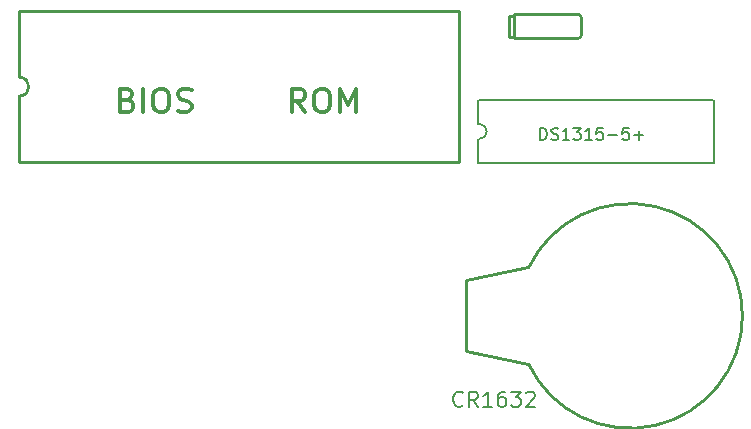
<source format=gbr>
G04 #@! TF.GenerationSoftware,KiCad,Pcbnew,(5.1.4-0-10_14)*
G04 #@! TF.CreationDate,2020-02-03T15:06:25+11:00*
G04 #@! TF.ProjectId,SmartWatch+,536d6172-7457-4617-9463-682b2e6b6963,rev?*
G04 #@! TF.SameCoordinates,Original*
G04 #@! TF.FileFunction,Legend,Top*
G04 #@! TF.FilePolarity,Positive*
%FSLAX46Y46*%
G04 Gerber Fmt 4.6, Leading zero omitted, Abs format (unit mm)*
G04 Created by KiCad (PCBNEW (5.1.4-0-10_14)) date 2020-02-03 15:06:25*
%MOMM*%
%LPD*%
G04 APERTURE LIST*
%ADD10C,0.300000*%
%ADD11C,0.250000*%
%ADD12C,0.152400*%
%ADD13C,0.150000*%
G04 APERTURE END LIST*
D10*
X33719666Y-32369142D02*
X34005380Y-32464380D01*
X34100619Y-32559619D01*
X34195857Y-32750095D01*
X34195857Y-33035809D01*
X34100619Y-33226285D01*
X34005380Y-33321523D01*
X33814904Y-33416761D01*
X33053000Y-33416761D01*
X33053000Y-31416761D01*
X33719666Y-31416761D01*
X33910142Y-31512000D01*
X34005380Y-31607238D01*
X34100619Y-31797714D01*
X34100619Y-31988190D01*
X34005380Y-32178666D01*
X33910142Y-32273904D01*
X33719666Y-32369142D01*
X33053000Y-32369142D01*
X35053000Y-33416761D02*
X35053000Y-31416761D01*
X36386333Y-31416761D02*
X36767285Y-31416761D01*
X36957761Y-31512000D01*
X37148238Y-31702476D01*
X37243476Y-32083428D01*
X37243476Y-32750095D01*
X37148238Y-33131047D01*
X36957761Y-33321523D01*
X36767285Y-33416761D01*
X36386333Y-33416761D01*
X36195857Y-33321523D01*
X36005380Y-33131047D01*
X35910142Y-32750095D01*
X35910142Y-32083428D01*
X36005380Y-31702476D01*
X36195857Y-31512000D01*
X36386333Y-31416761D01*
X38005380Y-33321523D02*
X38291095Y-33416761D01*
X38767285Y-33416761D01*
X38957761Y-33321523D01*
X39053000Y-33226285D01*
X39148238Y-33035809D01*
X39148238Y-32845333D01*
X39053000Y-32654857D01*
X38957761Y-32559619D01*
X38767285Y-32464380D01*
X38386333Y-32369142D01*
X38195857Y-32273904D01*
X38100619Y-32178666D01*
X38005380Y-31988190D01*
X38005380Y-31797714D01*
X38100619Y-31607238D01*
X38195857Y-31512000D01*
X38386333Y-31416761D01*
X38862523Y-31416761D01*
X39148238Y-31512000D01*
X48767285Y-33416761D02*
X48100619Y-32464380D01*
X47624428Y-33416761D02*
X47624428Y-31416761D01*
X48386333Y-31416761D01*
X48576809Y-31512000D01*
X48672047Y-31607238D01*
X48767285Y-31797714D01*
X48767285Y-32083428D01*
X48672047Y-32273904D01*
X48576809Y-32369142D01*
X48386333Y-32464380D01*
X47624428Y-32464380D01*
X50005380Y-31416761D02*
X50386333Y-31416761D01*
X50576809Y-31512000D01*
X50767285Y-31702476D01*
X50862523Y-32083428D01*
X50862523Y-32750095D01*
X50767285Y-33131047D01*
X50576809Y-33321523D01*
X50386333Y-33416761D01*
X50005380Y-33416761D01*
X49814904Y-33321523D01*
X49624428Y-33131047D01*
X49529190Y-32750095D01*
X49529190Y-32083428D01*
X49624428Y-31702476D01*
X49814904Y-31512000D01*
X50005380Y-31416761D01*
X51719666Y-33416761D02*
X51719666Y-31416761D01*
X52386333Y-32845333D01*
X53053000Y-31416761D01*
X53053000Y-33416761D01*
D11*
X24567300Y-24862000D02*
X61767300Y-24862000D01*
X61767300Y-37662000D02*
X61767300Y-24862000D01*
X24567300Y-37662000D02*
X61767300Y-37662000D01*
X24567300Y-37662000D02*
X24567300Y-32062000D01*
X24567300Y-24862000D02*
X24567300Y-30462000D01*
X24567300Y-30462000D02*
G75*
G02X24567300Y-32062000I-372J-800000D01*
G01*
D12*
X83312000Y-32385000D02*
X63500000Y-32385000D01*
X63436500Y-32385000D02*
X63436500Y-34417000D01*
X63500000Y-37719000D02*
X83312000Y-37719000D01*
X83375500Y-37719000D02*
X83375500Y-32385000D01*
X63500000Y-35687000D02*
G75*
G03X63500000Y-34417000I0J635000D01*
G01*
X63436500Y-35687000D02*
X63436500Y-37719000D01*
D11*
X66421000Y-27051000D02*
X66421000Y-25273000D01*
X66421000Y-27178000D02*
X66421000Y-27051000D01*
X66421000Y-25146000D02*
X71882000Y-25146000D01*
X66421000Y-25146000D02*
X66421000Y-25273000D01*
X66040000Y-25273000D02*
X66421000Y-25273000D01*
X66421000Y-27178000D02*
X71882000Y-27178000D01*
X66040000Y-27051000D02*
X66421000Y-27051000D01*
X72136000Y-25400000D02*
X72136000Y-26924000D01*
X71881999Y-25146000D02*
G75*
G02X72136000Y-25400000I163J-253838D01*
G01*
X72136000Y-26923999D02*
G75*
G02X71882000Y-27178000I-253838J-163D01*
G01*
X66040000Y-25273000D02*
X66040000Y-27051000D01*
X67697000Y-46572000D02*
G75*
G02X67697000Y-54774000I8581062J-4101000D01*
G01*
X62357000Y-53674000D02*
X67657000Y-54774000D01*
X62357000Y-47672000D02*
X67657000Y-46572000D01*
X62357000Y-47672000D02*
X62357000Y-53674000D01*
D13*
X68667857Y-35758380D02*
X68667857Y-34758380D01*
X68905952Y-34758380D01*
X69048809Y-34806000D01*
X69144047Y-34901238D01*
X69191666Y-34996476D01*
X69239285Y-35186952D01*
X69239285Y-35329809D01*
X69191666Y-35520285D01*
X69144047Y-35615523D01*
X69048809Y-35710761D01*
X68905952Y-35758380D01*
X68667857Y-35758380D01*
X69620238Y-35710761D02*
X69763095Y-35758380D01*
X70001190Y-35758380D01*
X70096428Y-35710761D01*
X70144047Y-35663142D01*
X70191666Y-35567904D01*
X70191666Y-35472666D01*
X70144047Y-35377428D01*
X70096428Y-35329809D01*
X70001190Y-35282190D01*
X69810714Y-35234571D01*
X69715476Y-35186952D01*
X69667857Y-35139333D01*
X69620238Y-35044095D01*
X69620238Y-34948857D01*
X69667857Y-34853619D01*
X69715476Y-34806000D01*
X69810714Y-34758380D01*
X70048809Y-34758380D01*
X70191666Y-34806000D01*
X71144047Y-35758380D02*
X70572619Y-35758380D01*
X70858333Y-35758380D02*
X70858333Y-34758380D01*
X70763095Y-34901238D01*
X70667857Y-34996476D01*
X70572619Y-35044095D01*
X71477380Y-34758380D02*
X72096428Y-34758380D01*
X71763095Y-35139333D01*
X71905952Y-35139333D01*
X72001190Y-35186952D01*
X72048809Y-35234571D01*
X72096428Y-35329809D01*
X72096428Y-35567904D01*
X72048809Y-35663142D01*
X72001190Y-35710761D01*
X71905952Y-35758380D01*
X71620238Y-35758380D01*
X71525000Y-35710761D01*
X71477380Y-35663142D01*
X73048809Y-35758380D02*
X72477380Y-35758380D01*
X72763095Y-35758380D02*
X72763095Y-34758380D01*
X72667857Y-34901238D01*
X72572619Y-34996476D01*
X72477380Y-35044095D01*
X73953571Y-34758380D02*
X73477380Y-34758380D01*
X73429761Y-35234571D01*
X73477380Y-35186952D01*
X73572619Y-35139333D01*
X73810714Y-35139333D01*
X73905952Y-35186952D01*
X73953571Y-35234571D01*
X74001190Y-35329809D01*
X74001190Y-35567904D01*
X73953571Y-35663142D01*
X73905952Y-35710761D01*
X73810714Y-35758380D01*
X73572619Y-35758380D01*
X73477380Y-35710761D01*
X73429761Y-35663142D01*
X74429761Y-35377428D02*
X75191666Y-35377428D01*
X76144047Y-34758380D02*
X75667857Y-34758380D01*
X75620238Y-35234571D01*
X75667857Y-35186952D01*
X75763095Y-35139333D01*
X76001190Y-35139333D01*
X76096428Y-35186952D01*
X76144047Y-35234571D01*
X76191666Y-35329809D01*
X76191666Y-35567904D01*
X76144047Y-35663142D01*
X76096428Y-35710761D01*
X76001190Y-35758380D01*
X75763095Y-35758380D01*
X75667857Y-35710761D01*
X75620238Y-35663142D01*
X76620238Y-35377428D02*
X77382142Y-35377428D01*
X77001190Y-35758380D02*
X77001190Y-34996476D01*
X62109047Y-58238571D02*
X62048571Y-58299047D01*
X61867142Y-58359523D01*
X61746190Y-58359523D01*
X61564761Y-58299047D01*
X61443809Y-58178095D01*
X61383333Y-58057142D01*
X61322857Y-57815238D01*
X61322857Y-57633809D01*
X61383333Y-57391904D01*
X61443809Y-57270952D01*
X61564761Y-57150000D01*
X61746190Y-57089523D01*
X61867142Y-57089523D01*
X62048571Y-57150000D01*
X62109047Y-57210476D01*
X63379047Y-58359523D02*
X62955714Y-57754761D01*
X62653333Y-58359523D02*
X62653333Y-57089523D01*
X63137142Y-57089523D01*
X63258095Y-57150000D01*
X63318571Y-57210476D01*
X63379047Y-57331428D01*
X63379047Y-57512857D01*
X63318571Y-57633809D01*
X63258095Y-57694285D01*
X63137142Y-57754761D01*
X62653333Y-57754761D01*
X64588571Y-58359523D02*
X63862857Y-58359523D01*
X64225714Y-58359523D02*
X64225714Y-57089523D01*
X64104761Y-57270952D01*
X63983809Y-57391904D01*
X63862857Y-57452380D01*
X65677142Y-57089523D02*
X65435238Y-57089523D01*
X65314285Y-57150000D01*
X65253809Y-57210476D01*
X65132857Y-57391904D01*
X65072380Y-57633809D01*
X65072380Y-58117619D01*
X65132857Y-58238571D01*
X65193333Y-58299047D01*
X65314285Y-58359523D01*
X65556190Y-58359523D01*
X65677142Y-58299047D01*
X65737619Y-58238571D01*
X65798095Y-58117619D01*
X65798095Y-57815238D01*
X65737619Y-57694285D01*
X65677142Y-57633809D01*
X65556190Y-57573333D01*
X65314285Y-57573333D01*
X65193333Y-57633809D01*
X65132857Y-57694285D01*
X65072380Y-57815238D01*
X66221428Y-57089523D02*
X67007619Y-57089523D01*
X66584285Y-57573333D01*
X66765714Y-57573333D01*
X66886666Y-57633809D01*
X66947142Y-57694285D01*
X67007619Y-57815238D01*
X67007619Y-58117619D01*
X66947142Y-58238571D01*
X66886666Y-58299047D01*
X66765714Y-58359523D01*
X66402857Y-58359523D01*
X66281904Y-58299047D01*
X66221428Y-58238571D01*
X67491428Y-57210476D02*
X67551904Y-57150000D01*
X67672857Y-57089523D01*
X67975238Y-57089523D01*
X68096190Y-57150000D01*
X68156666Y-57210476D01*
X68217142Y-57331428D01*
X68217142Y-57452380D01*
X68156666Y-57633809D01*
X67430952Y-58359523D01*
X68217142Y-58359523D01*
M02*

</source>
